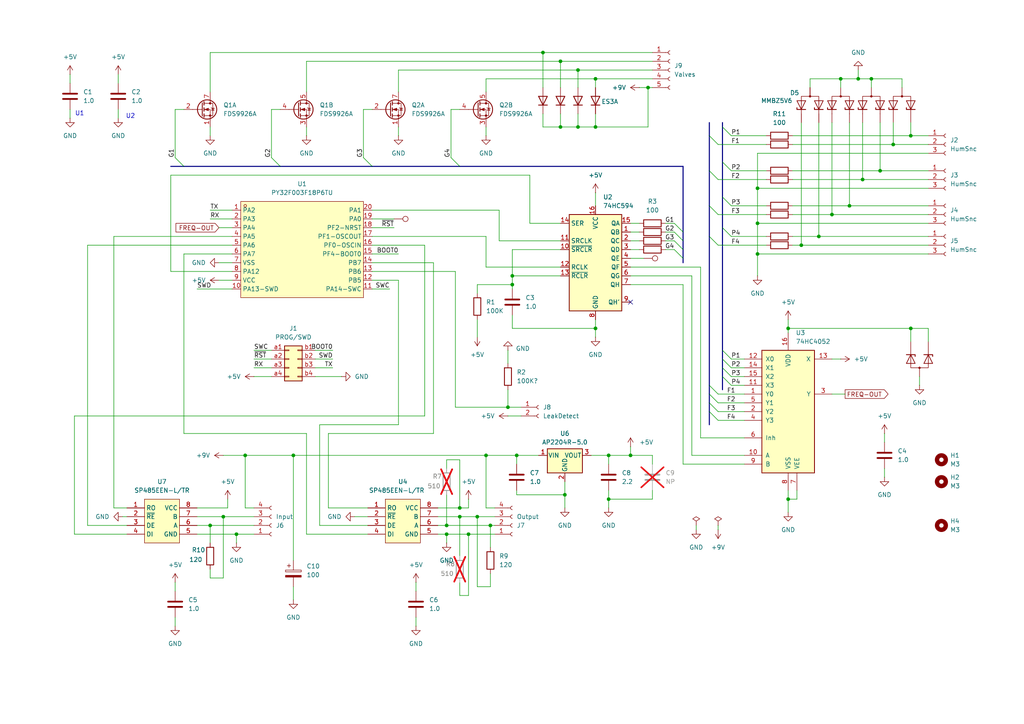
<source format=kicad_sch>
(kicad_sch (version 20231120) (generator "eeschema") (generator_version "8.0")
  (paper "A4")
  (title_block (title "Extension block"))
  (junction (at 167.64 36.83))
  (junction (at 149.86 132.08))
  (junction (at 140.97 132.08))
  (junction (at 248.92 22.86))
  (junction (at 163.83 143.51))
  (junction (at 162.56 36.83))
  (junction (at 172.72 95.25))
  (junction (at 148.59 82.55))
  (junction (at 228.6 95.25))
  (junction (at 157.48 15.24))
  (junction (at 246.38 59.69))
  (junction (at 162.56 17.78))
  (junction (at 64.77 149.86))
  (junction (at 219.71 54.61))
  (junction (at 250.19 52.07))
  (junction (at 129.54 152.4))
  (junction (at 264.16 95.25))
  (junction (at 228.6 144.78))
  (junction (at 147.32 118.11))
  (junction (at 85.09 132.08))
  (junction (at 264.16 39.37))
  (junction (at 133.35 149.86))
  (junction (at 252.73 22.86))
  (junction (at 255.27 49.53))
  (junction (at 172.72 36.83))
  (junction (at 167.64 20.32))
  (junction (at 176.53 132.08))
  (junction (at 68.58 154.94))
  (junction (at 135.89 154.94))
  (junction (at 237.49 68.58))
  (junction (at 133.35 147.32))
  (junction (at 172.72 22.86))
  (junction (at 241.3 62.23))
  (junction (at 219.71 64.77))
  (junction (at 182.88 132.08))
  (junction (at 71.12 132.08))
  (junction (at 187.96 25.4))
  (junction (at 60.96 152.4))
  (junction (at 219.71 73.66))
  (junction (at 232.41 71.12))
  (junction (at 259.08 41.91))
  (junction (at 148.59 80.01))
  (junction (at 142.24 152.4))
  (junction (at 176.53 144.78))
  (junction (at 129.54 154.94))
  (junction (at 138.43 149.86))
  (junction (at 243.84 22.86))
  (no_connect (at 182.88 87.63))
  (bus_entry (at 205.74 59.69) (size 2.54 2.54))
  (bus_entry (at 205.74 111.76) (size 2.54 2.54))
  (bus_entry (at 195.58 69.85) (size 2.54 2.54))
  (bus_entry (at 205.74 49.53) (size 2.54 2.54))
  (bus_entry (at 205.74 119.38) (size 2.54 2.54))
  (bus_entry (at 130.81 45.72) (size 2.54 2.54))
  (bus_entry (at 195.58 67.31) (size 2.54 2.54))
  (bus_entry (at 209.55 104.14) (size 2.54 2.54))
  (bus_entry (at 78.74 45.72) (size 2.54 2.54))
  (bus_entry (at 205.74 116.84) (size 2.54 2.54))
  (bus_entry (at 209.55 109.22) (size 2.54 2.54))
  (bus_entry (at 195.58 64.77) (size 2.54 2.54))
  (bus_entry (at 209.55 106.68) (size 2.54 2.54))
  (bus_entry (at 209.55 66.04) (size 2.54 2.54))
  (bus_entry (at 105.41 45.72) (size 2.54 2.54))
  (bus_entry (at 205.74 39.37) (size 2.54 2.54))
  (bus_entry (at 205.74 114.3) (size 2.54 2.54))
  (bus_entry (at 209.55 36.83) (size 2.54 2.54))
  (bus_entry (at 205.74 68.58) (size 2.54 2.54))
  (bus_entry (at 209.55 101.6) (size 2.54 2.54))
  (bus_entry (at 195.58 72.39) (size 2.54 2.54))
  (bus_entry (at 209.55 46.99) (size 2.54 2.54))
  (bus_entry (at 209.55 57.15) (size 2.54 2.54))
  (bus_entry (at 50.8 45.72) (size 2.54 2.54))
  (wire (pts (xy 193.04 72.39) (xy 195.58 72.39)))
  (bus (pts (xy 209.55 101.6) (xy 209.55 104.14)))
  (wire (pts (xy 255.27 35.56) (xy 255.27 49.53)))
  (wire (pts (xy 193.04 64.77) (xy 195.58 64.77)))
  (wire (pts (xy 162.56 33.02) (xy 162.56 36.83)))
  (wire (pts (xy 85.09 132.08) (xy 140.97 132.08)))
  (wire (pts (xy 140.97 26.67) (xy 140.97 22.86)))
  (wire (pts (xy 67.31 78.74) (xy 49.53 78.74)))
  (bus (pts (xy 209.55 57.15) (xy 209.55 66.04)))
  (wire (pts (xy 229.87 59.69) (xy 246.38 59.69)))
  (wire (pts (xy 63.5 66.04) (xy 67.31 66.04)))
  (wire (pts (xy 246.38 59.69) (xy 269.24 59.69)))
  (wire (pts (xy 144.78 60.96) (xy 144.78 69.85)))
  (wire (pts (xy 261.62 22.86) (xy 261.62 25.4)))
  (wire (pts (xy 162.56 17.78) (xy 162.56 25.4)))
  (wire (pts (xy 241.3 35.56) (xy 241.3 62.23)))
  (wire (pts (xy 133.35 149.86) (xy 138.43 149.86)))
  (bus (pts (xy 49.53 48.26) (xy 53.34 48.26)))
  (wire (pts (xy 35.56 149.86) (xy 36.83 149.86)))
  (wire (pts (xy 208.28 62.23) (xy 222.25 62.23)))
  (wire (pts (xy 64.77 167.64) (xy 64.77 149.86)))
  (wire (pts (xy 208.28 41.91) (xy 222.25 41.91)))
  (wire (pts (xy 208.28 153.67) (xy 208.28 152.4)))
  (wire (pts (xy 33.02 68.58) (xy 33.02 147.32)))
  (wire (pts (xy 120.65 179.07) (xy 120.65 181.61)))
  (wire (pts (xy 252.73 22.86) (xy 261.62 22.86)))
  (wire (pts (xy 147.32 118.11) (xy 132.08 118.11)))
  (wire (pts (xy 157.48 33.02) (xy 157.48 36.83)))
  (bus (pts (xy 107.95 48.26) (xy 133.35 48.26)))
  (wire (pts (xy 120.65 168.91) (xy 120.65 171.45)))
  (wire (pts (xy 167.64 20.32) (xy 167.64 25.4)))
  (wire (pts (xy 148.59 91.44) (xy 148.59 95.25)))
  (wire (pts (xy 21.59 120.65) (xy 21.59 154.94)))
  (wire (pts (xy 176.53 142.24) (xy 176.53 144.78)))
  (wire (pts (xy 115.57 39.37) (xy 115.57 36.83)))
  (wire (pts (xy 153.67 64.77) (xy 162.56 64.77)))
  (wire (pts (xy 107.95 66.04) (xy 114.3 66.04)))
  (wire (pts (xy 162.56 36.83) (xy 167.64 36.83)))
  (wire (pts (xy 67.31 60.96) (xy 60.96 60.96)))
  (wire (pts (xy 91.44 101.6) (xy 96.52 101.6)))
  (bus (pts (xy 205.74 39.37) (xy 205.74 49.53)))
  (wire (pts (xy 182.88 129.54) (xy 182.88 132.08)))
  (wire (pts (xy 162.56 17.78) (xy 189.23 17.78)))
  (wire (pts (xy 237.49 35.56) (xy 237.49 68.58)))
  (wire (pts (xy 140.97 39.37) (xy 140.97 36.83)))
  (wire (pts (xy 208.28 119.38) (xy 215.9 119.38)))
  (wire (pts (xy 208.28 114.3) (xy 215.9 114.3)))
  (wire (pts (xy 50.8 31.75) (xy 53.34 31.75)))
  (wire (pts (xy 182.88 64.77) (xy 185.42 64.77)))
  (wire (pts (xy 130.81 31.75) (xy 133.35 31.75)))
  (wire (pts (xy 60.96 36.83) (xy 60.96 39.37)))
  (wire (pts (xy 241.3 104.14) (xy 243.84 104.14)))
  (wire (pts (xy 85.09 132.08) (xy 85.09 162.56)))
  (wire (pts (xy 269.24 95.25) (xy 264.16 95.25)))
  (wire (pts (xy 219.71 44.45) (xy 219.71 54.61)))
  (wire (pts (xy 96.52 104.14) (xy 91.44 104.14)))
  (wire (pts (xy 140.97 68.58) (xy 140.97 77.47)))
  (wire (pts (xy 85.09 170.18) (xy 85.09 173.99)))
  (wire (pts (xy 147.32 101.6) (xy 147.32 105.41)))
  (wire (pts (xy 193.04 67.31) (xy 195.58 67.31)))
  (wire (pts (xy 212.09 39.37) (xy 222.25 39.37)))
  (wire (pts (xy 20.32 31.75) (xy 20.32 34.29)))
  (wire (pts (xy 129.54 135.89) (xy 129.54 133.35)))
  (wire (pts (xy 167.64 20.32) (xy 189.23 20.32)))
  (wire (pts (xy 34.29 31.75) (xy 34.29 34.29)))
  (wire (pts (xy 219.71 64.77) (xy 269.24 64.77)))
  (wire (pts (xy 182.88 67.31) (xy 185.42 67.31)))
  (wire (pts (xy 172.72 33.02) (xy 172.72 36.83)))
  (bus (pts (xy 205.74 114.3) (xy 205.74 116.84)))
  (wire (pts (xy 182.88 77.47) (xy 203.2 77.47)))
  (wire (pts (xy 153.67 50.8) (xy 153.67 64.77)))
  (wire (pts (xy 147.32 120.65) (xy 151.13 120.65)))
  (wire (pts (xy 107.95 81.28) (xy 115.57 81.28)))
  (wire (pts (xy 228.6 144.78) (xy 228.6 148.59)))
  (wire (pts (xy 187.96 25.4) (xy 189.23 25.4)))
  (wire (pts (xy 129.54 157.48) (xy 129.54 154.94)))
  (wire (pts (xy 264.16 39.37) (xy 269.24 39.37)))
  (wire (pts (xy 88.9 26.67) (xy 88.9 17.78)))
  (wire (pts (xy 115.57 26.67) (xy 115.57 20.32)))
  (wire (pts (xy 208.28 116.84) (xy 215.9 116.84)))
  (bus (pts (xy 209.55 36.83) (xy 209.55 46.99)))
  (wire (pts (xy 140.97 132.08) (xy 149.86 132.08)))
  (wire (pts (xy 63.5 76.2) (xy 67.31 76.2)))
  (wire (pts (xy 78.74 31.75) (xy 81.28 31.75)))
  (wire (pts (xy 34.29 21.59) (xy 34.29 24.13)))
  (wire (pts (xy 88.9 125.73) (xy 53.34 125.73)))
  (wire (pts (xy 248.92 22.86) (xy 252.73 22.86)))
  (wire (pts (xy 127 149.86) (xy 133.35 149.86)))
  (wire (pts (xy 60.96 167.64) (xy 64.77 167.64)))
  (wire (pts (xy 149.86 142.24) (xy 149.86 143.51)))
  (wire (pts (xy 133.35 133.35) (xy 133.35 147.32)))
  (wire (pts (xy 133.35 168.91) (xy 133.35 172.72)))
  (wire (pts (xy 208.28 52.07) (xy 222.25 52.07)))
  (wire (pts (xy 231.14 142.24) (xy 231.14 144.78)))
  (wire (pts (xy 135.89 144.78) (xy 135.89 147.32)))
  (wire (pts (xy 25.4 71.12) (xy 25.4 152.4)))
  (bus (pts (xy 205.74 49.53) (xy 205.74 59.69)))
  (bus (pts (xy 198.12 72.39) (xy 198.12 74.93)))
  (wire (pts (xy 229.87 52.07) (xy 250.19 52.07)))
  (wire (pts (xy 189.23 142.24) (xy 189.23 144.78)))
  (wire (pts (xy 219.71 54.61) (xy 219.71 64.77)))
  (wire (pts (xy 60.96 26.67) (xy 60.96 15.24)))
  (wire (pts (xy 142.24 152.4) (xy 143.51 152.4)))
  (wire (pts (xy 50.8 45.72) (xy 50.8 31.75)))
  (wire (pts (xy 229.87 71.12) (xy 232.41 71.12)))
  (wire (pts (xy 73.66 101.6) (xy 78.74 101.6)))
  (wire (pts (xy 107.95 71.12) (xy 123.19 71.12)))
  (wire (pts (xy 259.08 35.56) (xy 259.08 41.91)))
  (wire (pts (xy 130.81 45.72) (xy 130.81 31.75)))
  (bus (pts (xy 205.74 68.58) (xy 205.74 111.76)))
  (wire (pts (xy 60.96 152.4) (xy 73.66 152.4)))
  (wire (pts (xy 140.97 22.86) (xy 172.72 22.86)))
  (bus (pts (xy 205.74 35.56) (xy 205.74 39.37)))
  (wire (pts (xy 125.73 76.2) (xy 125.73 125.73)))
  (wire (pts (xy 133.35 172.72) (xy 135.89 172.72)))
  (wire (pts (xy 135.89 154.94) (xy 135.89 172.72)))
  (bus (pts (xy 198.12 67.31) (xy 198.12 69.85)))
  (bus (pts (xy 205.74 59.69) (xy 205.74 68.58)))
  (wire (pts (xy 157.48 36.83) (xy 162.56 36.83)))
  (wire (pts (xy 78.74 45.72) (xy 78.74 31.75)))
  (wire (pts (xy 133.35 149.86) (xy 133.35 161.29)))
  (wire (pts (xy 142.24 152.4) (xy 142.24 158.75)))
  (wire (pts (xy 67.31 68.58) (xy 33.02 68.58)))
  (wire (pts (xy 57.15 83.82) (xy 67.31 83.82)))
  (wire (pts (xy 148.59 83.82) (xy 148.59 82.55)))
  (wire (pts (xy 176.53 144.78) (xy 176.53 147.32)))
  (wire (pts (xy 172.72 55.88) (xy 172.72 59.69)))
  (bus (pts (xy 198.12 74.93) (xy 198.12 76.2)))
  (wire (pts (xy 243.84 22.86) (xy 243.84 25.4)))
  (wire (pts (xy 229.87 68.58) (xy 237.49 68.58)))
  (wire (pts (xy 95.25 125.73) (xy 95.25 147.32)))
  (wire (pts (xy 135.89 154.94) (xy 143.51 154.94)))
  (wire (pts (xy 129.54 133.35) (xy 133.35 133.35)))
  (wire (pts (xy 234.95 22.86) (xy 243.84 22.86)))
  (wire (pts (xy 148.59 80.01) (xy 148.59 72.39)))
  (wire (pts (xy 157.48 15.24) (xy 157.48 25.4)))
  (wire (pts (xy 25.4 152.4) (xy 36.83 152.4)))
  (wire (pts (xy 246.38 35.56) (xy 246.38 59.69)))
  (wire (pts (xy 234.95 25.4) (xy 234.95 22.86)))
  (wire (pts (xy 49.53 78.74) (xy 49.53 50.8)))
  (wire (pts (xy 231.14 144.78) (xy 228.6 144.78)))
  (wire (pts (xy 107.95 76.2) (xy 125.73 76.2)))
  (wire (pts (xy 107.95 83.82) (xy 113.03 83.82)))
  (wire (pts (xy 144.78 69.85) (xy 162.56 69.85)))
  (wire (pts (xy 66.04 144.78) (xy 66.04 147.32)))
  (wire (pts (xy 167.64 33.02) (xy 167.64 36.83)))
  (wire (pts (xy 60.96 152.4) (xy 60.96 157.48)))
  (wire (pts (xy 149.86 132.08) (xy 149.86 134.62)))
  (bus (pts (xy 198.12 69.85) (xy 198.12 72.39)))
  (wire (pts (xy 229.87 41.91) (xy 259.08 41.91)))
  (wire (pts (xy 138.43 85.09) (xy 138.43 82.55)))
  (wire (pts (xy 129.54 152.4) (xy 142.24 152.4)))
  (wire (pts (xy 266.7 109.22) (xy 266.7 111.76)))
  (wire (pts (xy 200.66 132.08) (xy 200.66 80.01)))
  (wire (pts (xy 64.77 132.08) (xy 71.12 132.08)))
  (wire (pts (xy 132.08 118.11) (xy 132.08 78.74)))
  (wire (pts (xy 241.3 114.3) (xy 245.11 114.3)))
  (wire (pts (xy 88.9 39.37) (xy 88.9 36.83)))
  (wire (pts (xy 186.69 74.93) (xy 182.88 74.93)))
  (wire (pts (xy 138.43 82.55) (xy 148.59 82.55)))
  (wire (pts (xy 53.34 73.66) (xy 67.31 73.66)))
  (wire (pts (xy 215.9 132.08) (xy 200.66 132.08)))
  (wire (pts (xy 60.96 165.1) (xy 60.96 167.64)))
  (wire (pts (xy 151.13 118.11) (xy 147.32 118.11)))
  (wire (pts (xy 73.66 109.22) (xy 78.74 109.22)))
  (wire (pts (xy 147.32 113.03) (xy 147.32 118.11)))
  (wire (pts (xy 142.24 166.37) (xy 142.24 170.18)))
  (wire (pts (xy 250.19 35.56) (xy 250.19 52.07)))
  (bus (pts (xy 209.55 104.14) (xy 209.55 106.68)))
  (wire (pts (xy 198.12 82.55) (xy 182.88 82.55)))
  (wire (pts (xy 182.88 132.08) (xy 189.23 132.08)))
  (wire (pts (xy 176.53 132.08) (xy 182.88 132.08)))
  (wire (pts (xy 212.09 111.76) (xy 215.9 111.76)))
  (wire (pts (xy 21.59 154.94) (xy 36.83 154.94)))
  (wire (pts (xy 71.12 132.08) (xy 85.09 132.08)))
  (wire (pts (xy 172.72 95.25) (xy 172.72 97.79)))
  (wire (pts (xy 107.95 73.66) (xy 115.57 73.66)))
  (wire (pts (xy 172.72 22.86) (xy 189.23 22.86)))
  (wire (pts (xy 212.09 49.53) (xy 222.25 49.53)))
  (wire (pts (xy 20.32 21.59) (xy 20.32 24.13)))
  (wire (pts (xy 127 152.4) (xy 129.54 152.4)))
  (wire (pts (xy 149.86 132.08) (xy 156.21 132.08)))
  (wire (pts (xy 68.58 154.94) (xy 73.66 154.94)))
  (wire (pts (xy 252.73 22.86) (xy 252.73 25.4)))
  (wire (pts (xy 138.43 92.71) (xy 138.43 97.79)))
  (wire (pts (xy 57.15 149.86) (xy 64.77 149.86)))
  (wire (pts (xy 269.24 44.45) (xy 219.71 44.45)))
  (wire (pts (xy 182.88 72.39) (xy 185.42 72.39)))
  (wire (pts (xy 115.57 81.28) (xy 115.57 123.19)))
  (bus (pts (xy 205.74 116.84) (xy 205.74 119.38)))
  (wire (pts (xy 50.8 179.07) (xy 50.8 181.61)))
  (wire (pts (xy 71.12 147.32) (xy 71.12 132.08)))
  (wire (pts (xy 208.28 121.92) (xy 215.9 121.92)))
  (wire (pts (xy 115.57 20.32) (xy 167.64 20.32)))
  (wire (pts (xy 269.24 99.06) (xy 269.24 95.25)))
  (wire (pts (xy 212.09 104.14) (xy 215.9 104.14)))
  (wire (pts (xy 250.19 52.07) (xy 269.24 52.07)))
  (bus (pts (xy 209.55 109.22) (xy 209.55 113.03)))
  (wire (pts (xy 212.09 68.58) (xy 222.25 68.58)))
  (wire (pts (xy 201.93 152.4) (xy 201.93 153.67)))
  (wire (pts (xy 60.96 15.24) (xy 157.48 15.24)))
  (wire (pts (xy 232.41 71.12) (xy 269.24 71.12)))
  (wire (pts (xy 215.9 127) (xy 203.2 127)))
  (wire (pts (xy 107.95 68.58) (xy 140.97 68.58)))
  (wire (pts (xy 88.9 154.94) (xy 88.9 125.73)))
  (wire (pts (xy 92.71 152.4) (xy 106.68 152.4)))
  (wire (pts (xy 114.3 63.5) (xy 107.95 63.5)))
  (wire (pts (xy 148.59 95.25) (xy 172.72 95.25)))
  (wire (pts (xy 63.5 81.28) (xy 67.31 81.28)))
  (wire (pts (xy 149.86 143.51) (xy 163.83 143.51)))
  (wire (pts (xy 148.59 80.01) (xy 162.56 80.01)))
  (wire (pts (xy 256.54 125.73) (xy 256.54 128.27)))
  (wire (pts (xy 49.53 50.8) (xy 153.67 50.8)))
  (wire (pts (xy 200.66 80.01) (xy 182.88 80.01)))
  (wire (pts (xy 228.6 92.71) (xy 228.6 95.25)))
  (wire (pts (xy 123.19 120.65) (xy 21.59 120.65)))
  (wire (pts (xy 102.87 149.86) (xy 106.68 149.86)))
  (wire (pts (xy 248.92 20.32) (xy 248.92 22.86)))
  (wire (pts (xy 64.77 149.86) (xy 73.66 149.86)))
  (wire (pts (xy 171.45 132.08) (xy 176.53 132.08)))
  (wire (pts (xy 138.43 149.86) (xy 138.43 170.18)))
  (wire (pts (xy 132.08 78.74) (xy 107.95 78.74)))
  (wire (pts (xy 57.15 154.94) (xy 68.58 154.94)))
  (wire (pts (xy 57.15 152.4) (xy 60.96 152.4)))
  (wire (pts (xy 95.25 147.32) (xy 106.68 147.32)))
  (wire (pts (xy 88.9 17.78) (xy 162.56 17.78)))
  (wire (pts (xy 163.83 139.7) (xy 163.83 143.51)))
  (bus (pts (xy 209.55 35.56) (xy 209.55 36.83)))
  (wire (pts (xy 189.23 134.62) (xy 189.23 132.08)))
  (bus (pts (xy 209.55 66.04) (xy 209.55 101.6)))
  (wire (pts (xy 91.44 106.68) (xy 96.52 106.68)))
  (wire (pts (xy 212.09 106.68) (xy 215.9 106.68)))
  (wire (pts (xy 176.53 132.08) (xy 176.53 134.62)))
  (wire (pts (xy 125.73 125.73) (xy 95.25 125.73)))
  (wire (pts (xy 198.12 134.62) (xy 198.12 82.55)))
  (wire (pts (xy 140.97 132.08) (xy 140.97 147.32)))
  (wire (pts (xy 163.83 143.51) (xy 163.83 147.32)))
  (wire (pts (xy 264.16 95.25) (xy 228.6 95.25)))
  (wire (pts (xy 148.59 82.55) (xy 148.59 80.01)))
  (wire (pts (xy 68.58 157.48) (xy 68.58 154.94)))
  (wire (pts (xy 73.66 106.68) (xy 78.74 106.68)))
  (wire (pts (xy 172.72 92.71) (xy 172.72 95.25)))
  (wire (pts (xy 129.54 154.94) (xy 135.89 154.94)))
  (wire (pts (xy 105.41 45.72) (xy 105.41 31.75)))
  (wire (pts (xy 50.8 168.91) (xy 50.8 171.45)))
  (wire (pts (xy 219.71 73.66) (xy 219.71 80.01)))
  (wire (pts (xy 133.35 147.32) (xy 135.89 147.32)))
  (wire (pts (xy 67.31 71.12) (xy 25.4 71.12)))
  (wire (pts (xy 264.16 95.25) (xy 264.16 99.06)))
  (wire (pts (xy 241.3 62.23) (xy 269.24 62.23)))
  (wire (pts (xy 73.66 147.32) (xy 71.12 147.32)))
  (wire (pts (xy 219.71 64.77) (xy 219.71 73.66)))
  (wire (pts (xy 256.54 135.89) (xy 256.54 138.43)))
  (wire (pts (xy 203.2 127) (xy 203.2 77.47)))
  (wire (pts (xy 123.19 71.12) (xy 123.19 120.65)))
  (wire (pts (xy 229.87 62.23) (xy 241.3 62.23)))
  (bus (pts (xy 209.55 46.99) (xy 209.55 57.15)))
  (wire (pts (xy 259.08 41.91) (xy 269.24 41.91)))
  (wire (pts (xy 228.6 142.24) (xy 228.6 144.78)))
  (wire (pts (xy 189.23 144.78) (xy 176.53 144.78)))
  (wire (pts (xy 138.43 149.86) (xy 143.51 149.86)))
  (wire (pts (xy 67.31 63.5) (xy 60.96 63.5)))
  (wire (pts (xy 229.87 39.37) (xy 264.16 39.37)))
  (wire (pts (xy 99.06 109.22) (xy 91.44 109.22)))
  (wire (pts (xy 148.59 72.39) (xy 162.56 72.39)))
  (wire (pts (xy 208.28 71.12) (xy 222.25 71.12)))
  (wire (pts (xy 92.71 123.19) (xy 92.71 152.4)))
  (wire (pts (xy 57.15 147.32) (xy 66.04 147.32)))
  (wire (pts (xy 140.97 77.47) (xy 162.56 77.47)))
  (wire (pts (xy 187.96 36.83) (xy 187.96 25.4)))
  (wire (pts (xy 105.41 31.75) (xy 107.95 31.75)))
  (wire (pts (xy 142.24 170.18) (xy 138.43 170.18)))
  (wire (pts (xy 172.72 22.86) (xy 172.72 25.4)))
  (wire (pts (xy 193.04 69.85) (xy 195.58 69.85)))
  (wire (pts (xy 73.66 104.14) (xy 78.74 104.14)))
  (bus (pts (xy 205.74 119.38) (xy 205.74 123.19)))
  (wire (pts (xy 229.87 49.53) (xy 255.27 49.53)))
  (wire (pts (xy 219.71 73.66) (xy 269.24 73.66)))
  (wire (pts (xy 115.57 123.19) (xy 92.71 123.19)))
  (bus (pts (xy 209.55 106.68) (xy 209.55 109.22)))
  (wire (pts (xy 212.09 109.22) (xy 215.9 109.22)))
  (wire (pts (xy 255.27 49.53) (xy 269.24 49.53)))
  (bus (pts (xy 133.35 48.26) (xy 198.12 48.26)))
  (wire (pts (xy 264.16 35.56) (xy 264.16 39.37)))
  (wire (pts (xy 228.6 95.25) (xy 228.6 96.52)))
  (wire (pts (xy 140.97 147.32) (xy 143.51 147.32)))
  (wire (pts (xy 232.41 35.56) (xy 232.41 71.12)))
  (bus (pts (xy 81.28 48.26) (xy 107.95 48.26)))
  (wire (pts (xy 127 154.94) (xy 129.54 154.94)))
  (wire (pts (xy 129.54 143.51) (xy 129.54 152.4)))
  (wire (pts (xy 53.34 125.73) (xy 53.34 73.66)))
  (wire (pts (xy 167.64 36.83) (xy 172.72 36.83)))
  (wire (pts (xy 127 147.32) (xy 133.35 147.32)))
  (wire (pts (xy 106.68 154.94) (xy 88.9 154.94)))
  (bus (pts (xy 205.74 111.76) (xy 205.74 114.3)))
  (bus (pts (xy 198.12 48.26) (xy 198.12 67.31)))
  (wire (pts (xy 185.42 25.4) (xy 187.96 25.4)))
  (wire (pts (xy 182.88 69.85) (xy 185.42 69.85)))
  (wire (pts (xy 107.95 60.96) (xy 144.78 60.96)))
  (wire (pts (xy 212.09 59.69) (xy 222.25 59.69)))
  (bus (pts (xy 53.34 48.26) (xy 81.28 48.26)))
  (wire (pts (xy 157.48 15.24) (xy 189.23 15.24)))
  (wire (pts (xy 33.02 147.32) (xy 36.83 147.32)))
  (wire (pts (xy 237.49 68.58) (xy 269.24 68.58)))
  (wire (pts (xy 215.9 134.62) (xy 198.12 134.62)))
  (wire (pts (xy 243.84 22.86) (xy 248.92 22.86)))
  (wire (pts (xy 172.72 36.83) (xy 187.96 36.83)))
  (wire (pts (xy 219.71 54.61) (xy 269.24 54.61)))
  (text "U2" (at 37.846 33.782 0) (effects (font (size 1.27 1.27))))
  (text "U1" (at 23.114 33.02 0) (effects (font (size 1.27 1.27))))
  (label "F3" (at 212.09 62.23 0))
  (label "G4" (at 195.58 72.39 180))
  (label "F1" (at 212.09 41.91 0))
  (label "P2" (at 212.09 106.68 0))
  (label "F2" (at 210.82 116.84 0))
  (label "P1" (at 212.09 104.14 0))
  (label "TX" (at 60.96 60.96 0))
  (label "P4" (at 212.09 68.58 0))
  (label "RX" (at 73.66 106.68 0))
  (label "SWD" (at 57.15 83.82 0))
  (label "P1" (at 212.09 39.37 0))
  (label "P3" (at 212.09 59.69 0))
  (label "G3" (at 195.58 69.85 180))
  (label "~{RST}" (at 114.3 66.04 180))
  (label "F4" (at 210.82 121.92 0))
  (label "G2" (at 195.58 67.31 180))
  (label "P4" (at 212.09 111.76 0))
  (label "SWC" (at 113.03 83.82 180))
  (label "G4" (at 130.81 45.72 90))
  (label "SWD" (at 96.52 104.14 180))
  (label "BOOT0" (at 115.57 73.66 180))
  (label "P3" (at 212.09 109.22 0))
  (label "F2" (at 212.09 52.07 0))
  (label "~{RST}" (at 73.66 104.14 0))
  (label "TX" (at 96.52 106.68 180))
  (label "RX" (at 60.96 63.5 0))
  (label "P2" (at 212.09 49.53 0))
  (label "G1" (at 195.58 64.77 180))
  (label "F3" (at 210.82 119.38 0))
  (label "G2" (at 78.74 45.72 90))
  (label "SWC" (at 73.66 101.6 0))
  (label "F1" (at 210.82 114.3 0))
  (label "G1" (at 50.8 45.72 90))
  (label "BOOT0" (at 96.52 101.6 180))
  (label "G3" (at 105.41 45.72 90))
  (label "F4" (at 212.09 71.12 0))
  (global_label "FREQ-OUT" (shape input) (at 63.5 66.04 180) (property "Intersheetrefs" "${INTERSHEET_REFS}" (effects (hide yes))))
  (global_label "FREQ-OUT" (shape output) (at 245.11 114.3 0) (property "Intersheetrefs" "${INTERSHEET_REFS}" (effects (hide yes))))
  (symbol (lib_id "power:+5V") (at 182.88 129.54 0) (unit 1)
    (property "Reference" "#PWR031" (effects (hide yes)))
    (property "Value" "+5V" (at 185.42 128.2699 0) (effects (justify left)))
    (property "Description" "Power symbol creates a global label with name \"+5V\"" (effects (hide yes)))
  )
  (symbol (lib_id "Device:R") (at 189.23 64.77 90) (unit 1)
    (property "Reference" "R3" (at 189.23 58.42 90))
    (property "Value" "100" (at 189.23 60.96 90))
    (property "Footprint" "Resistor_SMD:R_0603_1608Metric_Pad0.98x0.95mm_HandSolder" (effects (hide yes)))
    (property "Description" "Resistor" (effects (hide yes)))
  )
  (symbol (lib_id "Device:R") (at 147.32 109.22 0) (unit 1)
    (property "Reference" "R2" (at 149.86 107.9499 0) (effects (justify left)))
    (property "Value" "100K?" (at 149.86 110.4899 0) (effects (justify left)))
    (property "Footprint" "Resistor_SMD:R_0603_1608Metric_Pad0.98x0.95mm_HandSolder" (effects (hide yes)))
    (property "Description" "Resistor" (effects (hide yes)))
  )
  (symbol (lib_id "Connector_Generic:Conn_02x04_Row_Letter_First") (at 83.82 104.14 0) (unit 1)
    (property "Reference" "J1" (at 85.09 95.25 0))
    (property "Value" "PROG/SWD" (at 85.09 97.79 0))
    (property "Footprint" "Connector_PinHeader_2.54mm:PinHeader_2x04_P2.54mm_Vertical" (effects (hide yes)))
    (property "Description" "Generic connector, double row, 02x04, row letter first pin numbering scheme (pin number consists of a letter for the row and a number for the pin index in this row. a1, ..., aN; b1, ..., bN), script generated (kicad-library-utils/schlib/autogen/connector/)" (effects (hide yes)))
  )
  (symbol (lib_id "Connector:Conn_01x02_Socket") (at 156.21 118.11 0) (unit 1)
    (property "Reference" "J8" (at 157.48 118.1099 0) (effects (justify left)))
    (property "Value" "LeakDetect" (at 157.48 120.6499 0) (effects (justify left)))
    (property "Footprint" "Connector_JST:JST_XH_B2B-XH-A_1x02_P2.50mm_Vertical" (effects (hide yes)))
    (property "Description" "Generic connector, single row, 01x02, script generated" (effects (hide yes)))
  )
  (symbol (lib_id "Connector:Conn_01x03_Socket") (at 274.32 52.07 0) (unit 1)
    (property "Reference" "J3" (at 275.59 50.7999 0) (effects (justify left)))
    (property "Value" "HumSnc" (at 275.59 53.3399 0) (effects (justify left)))
    (property "Footprint" "easyeda2kicad:CONN-TH_DB301R-3.5-3P-GN-S" (effects (hide yes)))
    (property "Description" "Generic connector, single row, 01x03, script generated" (effects (hide yes)))
  )
  (symbol (lib_id "power:GND") (at 60.96 39.37 0) (unit 1)
    (property "Reference" "#PWR033" (effects (hide yes)))
    (property "Value" "GND" (at 60.96 44.45 0))
    (property "Description" "Power symbol creates a global label with name \"GND\" , ground" (effects (hide yes)))
  )
  (symbol (lib_id "Connector:Conn_01x03_Socket") (at 274.32 41.91 0) (unit 1)
    (property "Reference" "J2" (at 275.59 40.6399 0) (effects (justify left)))
    (property "Value" "HumSnc" (at 275.59 43.1799 0) (effects (justify left)))
    (property "Footprint" "easyeda2kicad:CONN-TH_DB301R-3.5-3P-GN-S" (effects (hide yes)))
    (property "Description" "Generic connector, single row, 01x03, script generated" (effects (hide yes)))
  )
  (symbol (lib_id "power:GND") (at 20.32 34.29 0) (unit 1)
    (property "Reference" "#PWR03" (effects (hide yes)))
    (property "Value" "GND" (at 20.32 39.37 0))
    (property "Description" "Power symbol creates a global label with name \"GND\" , ground" (effects (hide yes)))
  )
  (symbol (lib_id "Connector:Conn_01x03_Socket") (at 274.32 71.12 0) (unit 1)
    (property "Reference" "J5" (at 275.59 69.8499 0) (effects (justify left)))
    (property "Value" "HumSnc" (at 275.59 72.3899 0) (effects (justify left)))
    (property "Footprint" "easyeda2kicad:CONN-TH_DB301R-3.5-3P-GN-S" (effects (hide yes)))
    (property "Description" "Generic connector, single row, 01x03, script generated" (effects (hide yes)))
  )
  (symbol (lib_id "Diode:MMBZxx") (at 234.95 30.48 180) (unit 1)
    (property "Reference" "D5" (at 229.108 26.924 0) (effects (justify right)))
    (property "Value" "MMBZ5V6" (at 220.726 29.21 0) (effects (justify right)))
    (property "Footprint" "Package_TO_SOT_SMD:SOT-23" (effects (hide yes)))
    (property "Datasheet" "http://www.onsemi.com/pub/Collateral/MMBZ5V6ALT1-D.PDF" (effects (hide yes)))
    (property "Description" "Double Zener Diode, Common Anode, 225mW, SOT-23" (effects (hide yes)))
  )
  (symbol (lib_id "Device:R") (at 138.43 88.9 0) (unit 1)
    (property "Reference" "R1" (at 140.97 87.6299 0) (effects (justify left)))
    (property "Value" "100K" (at 140.97 90.1699 0) (effects (justify left)))
    (property "Footprint" "Resistor_SMD:R_0603_1608Metric_Pad0.98x0.95mm_HandSolder" (effects (hide yes)))
    (property "Description" "Resistor" (effects (hide yes)))
  )
  (symbol (lib_id "power:GND") (at 88.9 39.37 0) (unit 1)
    (property "Reference" "#PWR035" (effects (hide yes)))
    (property "Value" "GND" (at 88.9 44.45 0))
    (property "Description" "Power symbol creates a global label with name \"GND\" , ground" (effects (hide yes)))
  )
  (symbol (lib_id "power:GND") (at 147.32 101.6 180) (unit 1)
    (property "Reference" "#PWR029" (effects (hide yes)))
    (property "Value" "GND" (at 151.638 101.092 0))
    (property "Description" "Power symbol creates a global label with name \"GND\" , ground" (effects (hide yes)))
  )
  (symbol (lib_id "power:+5V") (at 138.43 97.79 180) (unit 1)
    (property "Reference" "#PWR011" (effects (hide yes)))
    (property "Value" "+5V" (at 138.43 102.87 0))
    (property "Description" "Power symbol creates a global label with name \"+5V\"" (effects (hide yes)))
  )
  (symbol (lib_id "power:+5V") (at 243.84 104.14 270) (unit 1)
    (property "Reference" "#PWR016" (effects (hide yes)))
    (property "Value" "+5V" (at 247.65 104.1399 90) (effects (justify left)))
    (property "Description" "Power symbol creates a global label with name \"+5V\"" (effects (hide yes)))
  )
  (symbol (lib_id "Device:R") (at 226.06 49.53 90) (unit 1)
    (property "Reference" "R13" (effects (hide yes)))
    (property "Value" "100" (effects (hide yes)))
    (property "Footprint" "Resistor_SMD:R_0603_1608Metric_Pad0.98x0.95mm_HandSolder" (effects (hide yes)))
    (property "Description" "Resistor" (effects (hide yes)))
  )
  (symbol (lib_id "power:+5V") (at 172.72 55.88 0) (unit 1)
    (property "Reference" "#PWR08" (effects (hide yes)))
    (property "Value" "+5V" (at 172.72 50.8 0))
    (property "Description" "Power symbol creates a global label with name \"+5V\"" (effects (hide yes)))
  )
  (symbol (lib_id "Connector:Conn_01x04_Socket") (at 148.59 152.4 0) (mirror x) (unit 1)
    (property "Reference" "J7" (at 149.86 152.4001 0) (effects (justify left)))
    (property "Value" "Output" (at 149.86 149.8601 0) (effects (justify left)))
    (property "Footprint" "local:CONN-TH_DB301R-3.5-4P-GN-S" (effects (hide yes)))
    (property "Description" "Generic connector, single row, 01x04, script generated" (effects (hide yes)))
  )
  (symbol (lib_id "power:GND") (at 68.58 157.48 0) (unit 1)
    (property "Reference" "#PWR018" (effects (hide yes)))
    (property "Value" "GND" (at 68.58 162.56 0))
    (property "Description" "Power symbol creates a global label with name \"GND\" , ground" (effects (hide yes)))
  )
  (symbol (lib_id "Device:R") (at 226.06 39.37 90) (unit 1)
    (property "Reference" "R11" (at 226.06 33.02 90))
    (property "Value" "100" (at 226.06 35.56 90))
    (property "Footprint" "Resistor_SMD:R_0603_1608Metric_Pad0.98x0.95mm_HandSolder" (effects (hide yes)))
    (property "Description" "Resistor" (effects (hide yes)))
  )
  (symbol (lib_id "Device:C") (at 50.8 175.26 0) (unit 1)
    (property "Reference" "C5" (at 54.61 173.9899 0) (effects (justify left)))
    (property "Value" "1.0" (at 54.61 176.5299 0) (effects (justify left)))
    (property "Footprint" "Capacitor_SMD:C_0603_1608Metric_Pad1.08x0.95mm_HandSolder" (effects (hide yes)))
    (property "Description" "Unpolarized capacitor" (effects (hide yes)))
  )
  (symbol (lib_id "Connector:TestPoint") (at 114.3 63.5 270) (unit 1)
    (property "Reference" "TP1" (effects (hide yes)))
    (property "Value" "TestPoint" (effects (hide yes)))
    (property "Footprint" "TestPoint:TestPoint_Pad_1.0x1.0mm" (effects (hide yes)))
    (property "Description" "test point" (effects (hide yes)))
  )
  (symbol (lib_id "Device:C") (at 34.29 27.94 0) (unit 1)
    (property "Reference" "C2" (at 38.1 26.6699 0) (effects (justify left)))
    (property "Value" "1.0" (at 38.1 29.2099 0) (effects (justify left)))
    (property "Footprint" "Capacitor_SMD:C_0603_1608Metric_Pad1.08x0.95mm_HandSolder" (effects (hide yes)))
    (property "Description" "Unpolarized capacitor" (effects (hide yes)))
  )
  (symbol (lib_id "Device:R") (at 226.06 71.12 90) (unit 1)
    (property "Reference" "R18" (effects (hide yes)))
    (property "Value" "100" (effects (hide yes)))
    (property "Footprint" "Resistor_SMD:R_0603_1608Metric_Pad0.98x0.95mm_HandSolder" (effects (hide yes)))
    (property "Description" "Resistor" (effects (hide yes)))
  )
  (symbol (lib_id "power:GND") (at 256.54 138.43 0) (unit 1)
    (property "Reference" "#PWR015" (effects (hide yes)))
    (property "Value" "GND" (at 256.54 143.51 0))
    (property "Description" "Power symbol creates a global label with name \"GND\" , ground" (effects (hide yes)))
  )
  (symbol (lib_id "Device:R") (at 189.23 67.31 90) (unit 1)
    (property "Reference" "R4" (effects (hide yes)))
    (property "Value" "100" (effects (hide yes)))
    (property "Footprint" "Resistor_SMD:R_0603_1608Metric_Pad0.98x0.95mm_HandSolder" (effects (hide yes)))
    (property "Description" "Resistor" (effects (hide yes)))
  )
  (symbol (lib_id "4xxx:4052") (at 228.6 119.38 0) (unit 1)
    (property "Reference" "U3" (at 230.7941 96.52 0) (effects (justify left)))
    (property "Value" "74HC4052" (at 230.7941 99.06 0) (effects (justify left)))
    (property "Footprint" "easyeda2kicad:SOP-16_L10.0-W3.9-P1.27-LS6.0-BL" (effects (hide yes)))
    (property "Datasheet" "http://www.intersil.com/content/dam/Intersil/documents/cd40/cd4051bms-52bms-53bms.pdf" (effects (hide yes)))
    (property "Description" "Dual Analog Multiplexer 4 to 1 line" (effects (hide yes)))
  )
  (symbol (lib_id "Transistor_FET:FDS9926A") (at 113.03 31.75 0) (unit 1)
    (property "Reference" "Q2" (at 119.38 30.4799 0) (effects (justify left)))
    (property "Value" "FDS9926A" (at 119.38 33.0199 0) (effects (justify left)))
    (property "Footprint" "Package_SO:SOIC-8_3.9x4.9mm_P1.27mm" (effects (hide yes)))
    (property "Datasheet" "https://www.onsemi.com/pub/Collateral/FDS9926A-D.pdf" (effects (hide yes)))
    (property "Description" "6.5A Id, 20V Vds, Dual N-Channel MOSFET, 30mOhm Ron, SO-8" (effects (hide yes)))
  )
  (symbol (lib_id "power:+5V") (at 73.66 109.22 90) (unit 1)
    (property "Reference" "#PWR05" (effects (hide yes)))
    (property "Value" "+5V" (at 69.85 109.2199 90) (effects (justify left)))
    (property "Description" "Power symbol creates a global label with name \"+5V\"" (effects (hide yes)))
  )
  (symbol (lib_id "Device:D") (at 162.56 29.21 90) (unit 1)
    (property "Reference" "D2" (effects (hide yes)))
    (property "Value" "ES3A" (effects (hide yes)))
    (property "Footprint" "Diode_SMD:D_SMC" (effects (hide yes)))
    (property "Description" "Diode" (effects (hide yes)))
    (property "Sim.Device" "D" (effects (hide yes)))
    (property "Sim.Pins" "1=K 2=A" (effects (hide yes)))
  )
  (symbol (lib_id "power:GND") (at 219.71 80.01 0) (unit 1)
    (property "Reference" "#PWR017" (effects (hide yes)))
    (property "Value" "GND" (at 219.71 85.09 0))
    (property "Description" "Power symbol creates a global label with name \"GND\" , ground" (effects (hide yes)))
  )
  (symbol (lib_id "power:+5V") (at 228.6 92.71 0) (unit 1)
    (property "Reference" "#PWR013" (effects (hide yes)))
    (property "Value" "+5V" (at 228.6 87.63 0))
    (property "Description" "Power symbol creates a global label with name \"+5V\"" (effects (hide yes)))
  )
  (symbol (lib_id "Device:R") (at 226.06 68.58 90) (unit 1)
    (property "Reference" "R17" (effects (hide yes)))
    (property "Value" "100" (effects (hide yes)))
    (property "Footprint" "Resistor_SMD:R_0603_1608Metric_Pad0.98x0.95mm_HandSolder" (effects (hide yes)))
    (property "Description" "Resistor" (effects (hide yes)))
  )
  (symbol (lib_id "power:GND") (at 176.53 147.32 0) (unit 1)
    (property "Reference" "#PWR032" (effects (hide yes)))
    (property "Value" "GND" (at 176.53 152.4 0))
    (property "Description" "Power symbol creates a global label with name \"GND\" , ground" (effects (hide yes)))
  )
  (symbol (lib_id "power:GND") (at 63.5 76.2 270) (unit 1)
    (property "Reference" "#PWR01" (effects (hide yes)))
    (property "Value" "GND" (at 59.69 76.1999 90) (effects (justify right)))
    (property "Description" "Power symbol creates a global label with name \"GND\" , ground" (effects (hide yes)))
  )
  (symbol (lib_id "power:+5V") (at 63.5 81.28 90) (unit 1)
    (property "Reference" "#PWR02" (effects (hide yes)))
    (property "Value" "+5V" (at 59.69 81.2799 90) (effects (justify left)))
    (property "Description" "Power symbol creates a global label with name \"+5V\"" (effects (hide yes)))
  )
  (symbol (lib_id "power:GND") (at 172.72 97.79 0) (unit 1)
    (property "Reference" "#PWR07" (effects (hide yes)))
    (property "Value" "GND" (at 172.72 102.87 0))
    (property "Description" "Power symbol creates a global label with name \"GND\" , ground" (effects (hide yes)))
  )
  (symbol (lib_id "EasyEDA:PY32F003F18P6TU") (at 87.63 72.39 0) (unit 1)
    (property "Reference" "U1" (at 87.63 53.34 0))
    (property "Value" "PY32F003F18P6TU" (at 87.63 55.88 0))
    (property "Footprint" "easyeda2kicad:TSSOP-20_L6.5-W4.4-P0.65-LS6.4-BL" (effects (hide yes)))
    (property "LCSC Part" "C5379864" (effects (hide yes)))
  )
  (symbol (lib_id "Device:C") (at 189.23 138.43 0) (unit 1) (dnp yes)
    (property "Reference" "C9" (at 193.04 137.1599 0) (effects (justify left)))
    (property "Value" "NP" (at 193.04 139.6999 0) (effects (justify left)))
    (property "Footprint" "Capacitor_SMD:C_1206_3216Metric_Pad1.33x1.80mm_HandSolder" (effects (hide yes)))
    (property "Description" "Unpolarized capacitor" (effects (hide yes)))
  )
  (symbol (lib_name "MMBZxx_1") (lib_id "Diode:MMBZxx") (at 261.62 30.48 180) (unit 1)
    (property "Reference" "D8" (effects (hide yes)))
    (property "Value" "MMBZ5V6" (effects (hide yes)))
    (property "Footprint" "Package_TO_SOT_SMD:SOT-23" (effects (hide yes)))
    (property "Datasheet" "http://www.onsemi.com/pub/Collateral/MMBZ5V6ALT1-D.PDF" (effects (hide yes)))
    (property "Description" "Double Zener Diode, Common Anode, 225mW, SOT-23" (effects (hide yes)))
  )
  (symbol (lib_id "Device:R") (at 226.06 59.69 90) (unit 1)
    (property "Reference" "R15" (effects (hide yes)))
    (property "Value" "100" (effects (hide yes)))
    (property "Footprint" "Resistor_SMD:R_0603_1608Metric_Pad0.98x0.95mm_HandSolder" (effects (hide yes)))
    (property "Description" "Resistor" (effects (hide yes)))
  )
  (symbol (lib_id "Mechanical:MountingHole") (at 273.05 133.35 0) (unit 1) (exclude_from_sim yes) (in_bom no)
    (property "Reference" "H1" (at 275.59 132.0799 0) (effects (justify left)))
    (property "Value" "M3" (at 275.59 134.6199 0) (effects (justify left)))
    (property "Footprint" "MountingHole:MountingHole_3.2mm_M3" (effects (hide yes)))
    (property "Description" "Mounting Hole without connection" (effects (hide yes)))
  )
  (symbol (lib_id "Device:R") (at 226.06 52.07 90) (unit 1)
    (property "Reference" "R14" (effects (hide yes)))
    (property "Value" "100" (effects (hide yes)))
    (property "Footprint" "Resistor_SMD:R_0603_1608Metric_Pad0.98x0.95mm_HandSolder" (effects (hide yes)))
    (property "Description" "Resistor" (effects (hide yes)))
  )
  (symbol (lib_id "Device:R") (at 189.23 72.39 90) (unit 1)
    (property "Reference" "R6" (effects (hide yes)))
    (property "Value" "100" (effects (hide yes)))
    (property "Footprint" "Resistor_SMD:R_0603_1608Metric_Pad0.98x0.95mm_HandSolder" (effects (hide yes)))
    (property "Description" "Resistor" (effects (hide yes)))
  )
  (symbol (lib_id "power:+9V") (at 64.77 132.08 90) (unit 1)
    (property "Reference" "#PWR034" (effects (hide yes)))
    (property "Value" "+9V" (at 60.96 132.0799 90) (effects (justify left)))
    (property "Description" "Power symbol creates a global label with name \"+9V\"" (effects (hide yes)))
  )
  (symbol (lib_id "power:GND") (at 115.57 39.37 0) (unit 1)
    (property "Reference" "#PWR036" (effects (hide yes)))
    (property "Value" "GND" (at 115.57 44.45 0))
    (property "Description" "Power symbol creates a global label with name \"GND\" , ground" (effects (hide yes)))
  )
  (symbol (lib_id "power:GND") (at 120.65 181.61 0) (unit 1)
    (property "Reference" "#PWR025" (effects (hide yes)))
    (property "Value" "GND" (at 120.65 186.69 0))
    (property "Description" "Power symbol creates a global label with name \"GND\" , ground" (effects (hide yes)))
  )
  (symbol (lib_id "power:+5V") (at 50.8 168.91 0) (unit 1)
    (property "Reference" "#PWR020" (effects (hide yes)))
    (property "Value" "+5V" (at 50.8 163.83 0))
    (property "Description" "Power symbol creates a global label with name \"+5V\"" (effects (hide yes)))
  )
  (symbol (lib_id "power:PWR_FLAG") (at 208.28 152.4 0) (unit 1)
    (property "Reference" "#FLG02" (effects (hide yes)))
    (property "Value" "PWR_FLAG" (effects (hide yes)))
    (property "Description" "Special symbol for telling ERC where power comes from" (effects (hide yes)))
  )
  (symbol (lib_id "Device:R") (at 133.35 165.1 0) (unit 1) (dnp yes)
    (property "Reference" "R8" (at 129.286 163.576 0) (effects (justify left)))
    (property "Value" "510" (at 127.762 166.37 0) (effects (justify left)))
    (property "Footprint" "Resistor_SMD:R_0603_1608Metric_Pad0.98x0.95mm_HandSolder" (effects (hide yes)))
    (property "Description" "Resistor" (effects (hide yes)))
  )
  (symbol (lib_id "power:GND") (at 102.87 149.86 270) (unit 1)
    (property "Reference" "#PWR023" (effects (hide yes)))
    (property "Value" "GND" (at 99.06 149.8599 90) (effects (justify right)))
    (property "Description" "Power symbol creates a global label with name \"GND\" , ground" (effects (hide yes)))
  )
  (symbol (lib_id "power:GND") (at 50.8 181.61 0) (unit 1)
    (property "Reference" "#PWR021" (effects (hide yes)))
    (property "Value" "GND" (at 50.8 186.69 0))
    (property "Description" "Power symbol creates a global label with name \"GND\" , ground" (effects (hide yes)))
  )
  (symbol (lib_id "Device:C") (at 256.54 132.08 0) (unit 1)
    (property "Reference" "C4" (at 260.35 130.8099 0) (effects (justify left)))
    (property "Value" "1.0" (at 260.35 133.3499 0) (effects (justify left)))
    (property "Footprint" "Capacitor_SMD:C_0603_1608Metric_Pad1.08x0.95mm_HandSolder" (effects (hide yes)))
    (property "Description" "Unpolarized capacitor" (effects (hide yes)))
  )
  (symbol (lib_id "power:GND") (at 248.92 20.32 180) (unit 1)
    (property "Reference" "#PWR043" (effects (hide yes)))
    (property "Value" "GND" (at 248.92 15.24 0))
    (property "Description" "Power symbol creates a global label with name \"GND\" , ground" (effects (hide yes)))
  )
  (symbol (lib_id "Connector:Conn_01x03_Socket") (at 274.32 62.23 0) (unit 1)
    (property "Reference" "J4" (at 275.59 60.9599 0) (effects (justify left)))
    (property "Value" "HumSnc" (at 275.59 63.4999 0) (effects (justify left)))
    (property "Footprint" "easyeda2kicad:CONN-TH_DB301R-3.5-3P-GN-S" (effects (hide yes)))
    (property "Description" "Generic connector, single row, 01x03, script generated" (effects (hide yes)))
  )
  (symbol (lib_id "power:GND") (at 140.97 39.37 0) (unit 1)
    (property "Reference" "#PWR037" (effects (hide yes)))
    (property "Value" "GND" (at 140.97 44.45 0))
    (property "Description" "Power symbol creates a global label with name \"GND\" , ground" (effects (hide yes)))
  )
  (symbol (lib_id "Device:C") (at 149.86 138.43 0) (unit 1)
    (property "Reference" "C7" (at 153.67 137.1599 0) (effects (justify left)))
    (property "Value" "1.0" (at 153.67 139.6999 0) (effects (justify left)))
    (property "Footprint" "Capacitor_SMD:C_0603_1608Metric_Pad1.08x0.95mm_HandSolder" (effects (hide yes)))
    (property "Description" "Unpolarized capacitor" (effects (hide yes)))
  )
  (symbol (lib_id "Device:D") (at 172.72 29.21 90) (unit 1)
    (property "Reference" "D4" (effects (hide yes)))
    (property "Value" "ES3A" (at 179.324 29.464 90) (effects (justify left)))
    (property "Footprint" "Diode_SMD:D_SMC" (effects (hide yes)))
    (property "Description" "Diode" (effects (hide yes)))
    (property "Sim.Device" "D" (effects (hide yes)))
    (property "Sim.Pins" "1=K 2=A" (effects (hide yes)))
  )
  (symbol (lib_id "EasyEDA:SP485EEN-L_TR") (at 46.99 151.13 0) (unit 1)
    (property "Reference" "U7" (at 46.99 139.7 0))
    (property "Value" "SP485EEN-L/TR" (at 46.99 142.24 0))
    (property "Footprint" "easyeda2kicad:SOIC-8_L5.0-W4.0-P1.27-LS6.0-BL" (effects (hide yes)))
    (property "Datasheet" "https://lcsc.com/product-detail/RS-485-RS-422_SIPEX_SP485EEN-L-TR_SP485EEN-L-TR_C6855.html" (effects (hide yes)))
    (property "LCSC Part" "C6855" (effects (hide yes)))
  )
  (symbol (lib_id "Device:C") (at 20.32 27.94 0) (unit 1)
    (property "Reference" "C1" (at 24.13 26.6699 0) (effects (justify left)))
    (property "Value" "1.0" (at 24.13 29.2099 0) (effects (justify left)))
    (property "Footprint" "Capacitor_SMD:C_0603_1608Metric_Pad1.08x0.95mm_HandSolder" (effects (hide yes)))
    (property "Description" "Unpolarized capacitor" (effects (hide yes)))
  )
  (symbol (lib_id "Device:R") (at 226.06 62.23 90) (unit 1)
    (property "Reference" "R16" (effects (hide yes)))
    (property "Value" "100" (effects (hide yes)))
    (property "Footprint" "Resistor_SMD:R_0603_1608Metric_Pad0.98x0.95mm_HandSolder" (effects (hide yes)))
    (property "Description" "Resistor" (effects (hide yes)))
  )
  (symbol (lib_id "Connector:TestPoint") (at 186.69 74.93 270) (unit 1)
    (property "Reference" "TP2" (effects (hide yes)))
    (property "Value" "TestPoint" (effects (hide yes)))
    (property "Footprint" "TestPoint:TestPoint_Pad_1.0x1.0mm" (effects (hide yes)))
    (property "Description" "test point" (effects (hide yes)))
  )
  (symbol (lib_id "power:+5V") (at 120.65 168.91 0) (unit 1)
    (property "Reference" "#PWR024" (effects (hide yes)))
    (property "Value" "+5V" (at 120.65 163.83 0))
    (property "Description" "Power symbol creates a global label with name \"+5V\"" (effects (hide yes)))
  )
  (symbol (lib_name "MMBZxx_1") (lib_id "Diode:MMBZxx") (at 266.7 104.14 0) (unit 1)
    (property "Reference" "D9" (effects (hide yes)))
    (property "Value" "MMBZ5V6" (effects (hide yes)))
    (property "Footprint" "Package_TO_SOT_SMD:SOT-23" (effects (hide yes)))
    (property "Datasheet" "http://www.onsemi.com/pub/Collateral/MMBZ5V6ALT1-D.PDF" (effects (hide yes)))
    (property "Description" "Double Zener Diode, Common Anode, 225mW, SOT-23" (effects (hide yes)))
  )
  (symbol (lib_id "Transistor_FET:FDS9926A") (at 58.42 31.75 0) (unit 1)
    (property "Reference" "Q1" (at 64.77 30.4799 0) (effects (justify left)))
    (property "Value" "FDS9926A" (at 64.77 33.0199 0) (effects (justify left)))
    (property "Footprint" "Package_SO:SOIC-8_3.9x4.9mm_P1.27mm" (effects (hide yes)))
    (property "Datasheet" "https://www.onsemi.com/pub/Collateral/FDS9926A-D.pdf" (effects (hide yes)))
    (property "Description" "6.5A Id, 20V Vds, Dual N-Channel MOSFET, 30mOhm Ron, SO-8" (effects (hide yes)))
  )
  (symbol (lib_id "Device:D") (at 167.64 29.21 90) (unit 1)
    (property "Reference" "D3" (effects (hide yes)))
    (property "Value" "ES3A" (effects (hide yes)))
    (property "Footprint" "Diode_SMD:D_SMC" (effects (hide yes)))
    (property "Description" "Diode" (effects (hide yes)))
    (property "Sim.Device" "D" (effects (hide yes)))
    (property "Sim.Pins" "1=K 2=A" (effects (hide yes)))
  )
  (symbol (lib_id "Regulator_Linear:AP2204R-5.0") (at 163.83 132.08 0) (unit 1)
    (property "Reference" "U6" (at 163.83 125.73 0))
    (property "Value" "AP2204R-5.0" (at 163.83 128.27 0))
    (property "Footprint" "Package_TO_SOT_SMD:SOT-89-3" (effects (hide yes)))
    (property "Datasheet" "https://www.diodes.com/assets/Datasheets/products_inactive_data/AP2204.pdf" (effects (hide yes)))
    (property "Description" "150mA low dropout linear regulator, wide input voltage range, 5.0V fixed positive output, SOT-89-3 package" (effects (hide yes)))
  )
  (symbol (lib_id "Device:C") (at 148.59 87.63 0) (unit 1)
    (property "Reference" "C3" (at 152.4 86.3599 0) (effects (justify left)))
    (property "Value" "1.0" (at 152.4 88.8999 0) (effects (justify left)))
    (property "Footprint" "Capacitor_SMD:C_0603_1608Metric_Pad1.08x0.95mm_HandSolder" (effects (hide yes)))
    (property "Description" "Unpolarized capacitor" (effects (hide yes)))
  )
  (symbol (lib_id "Transistor_FET:FDS9926A") (at 86.36 31.75 0) (unit 2)
    (property "Reference" "Q1" (at 92.71 30.4799 0) (effects (justify left)))
    (property "Value" "FDS9926A" (at 92.71 33.0199 0) (effects (justify left)))
    (property "Footprint" "Package_SO:SOIC-8_3.9x4.9mm_P1.27mm" (effects (hide yes)))
    (property "Datasheet" "https://www.onsemi.com/pub/Collateral/FDS9926A-D.pdf" (effects (hide yes)))
    (property "Description" "6.5A Id, 20V Vds, Dual N-Channel MOSFET, 30mOhm Ron, SO-8" (effects (hide yes)))
  )
  (symbol (lib_id "Device:R") (at 142.24 162.56 0) (unit 1)
    (property "Reference" "R9" (at 144.78 161.2899 0) (effects (justify left)))
    (property "Value" "120" (at 144.78 163.8299 0) (effects (justify left)))
    (property "Footprint" "Resistor_SMD:R_0603_1608Metric_Pad0.98x0.95mm_HandSolder" (effects (hide yes)))
    (property "Description" "Resistor" (effects (hide yes)))
  )
  (symbol (lib_id "Transistor_FET:FDS9926A") (at 138.43 31.75 0) (unit 2)
    (property "Reference" "Q2" (at 144.78 30.4799 0) (effects (justify left)))
    (property "Value" "FDS9926A" (at 144.78 33.0199 0) (effects (justify left)))
    (property "Footprint" "Package_SO:SOIC-8_3.9x4.9mm_P1.27mm" (effects (hide yes)))
    (property "Datasheet" "https://www.onsemi.com/pub/Collateral/FDS9926A-D.pdf" (effects (hide yes)))
    (property "Description" "6.5A Id, 20V Vds, Dual N-Channel MOSFET, 30mOhm Ron, SO-8" (effects (hide yes)))
  )
  (symbol (lib_id "Connector:Conn_01x05_Socket") (at 194.31 20.32 0) (unit 1)
    (property "Reference" "J9" (at 195.58 19.0499 0) (effects (justify left)))
    (property "Value" "Valves" (at 195.58 21.5899 0) (effects (justify left)))
    (property "Footprint" "Connector_JST:JST_XH_B5B-XH-A_1x05_P2.50mm_Vertical" (effects (hide yes)))
    (property "Description" "Generic connector, single row, 01x05, script generated" (effects (hide yes)))
  )
  (symbol (lib_id "power:GND") (at 35.56 149.86 270) (unit 1)
    (property "Reference" "#PWR022" (effects (hide yes)))
    (property "Value" "GND" (at 31.75 149.8599 90) (effects (justify right)))
    (property "Description" "Power symbol creates a global label with name \"GND\" , ground" (effects (hide yes)))
  )
  (symbol (lib_id "power:GND") (at 201.93 153.67 0) (unit 1)
    (property "Reference" "#PWR039" (effects (hide yes)))
    (property "Value" "GND" (at 201.93 158.75 0))
    (property "Description" "Power symbol creates a global label with name \"GND\" , ground" (effects (hide yes)))
  )
  (symbol (lib_id "power:+5V") (at 20.32 21.59 0) (unit 1)
    (property "Reference" "#PWR04" (effects (hide yes)))
    (property "Value" "+5V" (at 20.32 16.51 0))
    (property "Description" "Power symbol creates a global label with name \"+5V\"" (effects (hide yes)))
  )
  (symbol (lib_id "EasyEDA:SP485EEN-L_TR") (at 116.84 151.13 0) (unit 1)
    (property "Reference" "U4" (at 116.84 139.7 0))
    (property "Value" "SP485EEN-L/TR" (at 115.062 142.24 0))
    (property "Footprint" "easyeda2kicad:SOIC-8_L5.0-W4.0-P1.27-LS6.0-BL" (effects (hide yes)))
    (property "Datasheet" "https://lcsc.com/product-detail/RS-485-RS-422_SIPEX_SP485EEN-L-TR_SP485EEN-L-TR_C6855.html" (effects (hide yes)))
    (property "LCSC Part" "C6855" (effects (hide yes)))
  )
  (symbol (lib_id "Device:R") (at 226.06 41.91 90) (unit 1)
    (property "Reference" "R12" (effects (hide yes)))
    (property "Value" "100" (effects (hide yes)))
    (property "Footprint" "Resistor_SMD:R_0603_1608Metric_Pad0.98x0.95mm_HandSolder" (effects (hide yes)))
    (property "Description" "Resistor" (effects (hide yes)))
  )
  (symbol (lib_id "power:GND") (at 85.09 173.99 0) (unit 1)
    (property "Reference" "#PWR041" (effects (hide yes)))
    (property "Value" "GND" (at 85.09 179.07 0))
    (property "Description" "Power symbol creates a global label with name \"GND\" , ground" (effects (hide yes)))
  )
  (symbol (lib_id "power:GND") (at 34.29 34.29 0) (unit 1)
    (property "Reference" "#PWR010" (effects (hide yes)))
    (property "Value" "GND" (at 34.29 39.37 0))
    (property "Description" "Power symbol creates a global label with name \"GND\" , ground" (effects (hide yes)))
  )
  (symbol (lib_id "Device:R") (at 189.23 69.85 90) (unit 1)
    (property "Reference" "R5" (effects (hide yes)))
    (property "Value" "100" (effects (hide yes)))
    (property "Footprint" "Resistor_SMD:R_0603_1608Metric_Pad0.98x0.95mm_HandSolder" (effects (hide yes)))
    (property "Description" "Resistor" (effects (hide yes)))
  )
  (symbol (lib_id "power:+5V") (at 34.29 21.59 0) (unit 1)
    (property "Reference" "#PWR09" (effects (hide yes)))
    (property "Value" "+5V" (at 34.29 16.51 0))
    (property "Description" "Power symbol creates a global label with name \"+5V\"" (effects (hide yes)))
  )
  (symbol (lib_id "power:+5V") (at 135.89 144.78 0) (unit 1)
    (property "Reference" "#PWR026" (effects (hide yes)))
    (property "Value" "+5V" (at 135.89 139.7 0))
    (property "Description" "Power symbol creates a global label with name \"+5V\"" (effects (hide yes)))
  )
  (symbol (lib_id "power:GND") (at 99.06 109.22 90) (unit 1)
    (property "Reference" "#PWR06" (effects (hide yes)))
    (property "Value" "GND" (at 102.87 109.2199 90) (effects (justify right)))
    (property "Description" "Power symbol creates a global label with name \"GND\" , ground" (effects (hide yes)))
  )
  (symbol (lib_id "power:+5V") (at 256.54 125.73 0) (unit 1)
    (property "Reference" "#PWR014" (effects (hide yes)))
    (property "Value" "+5V" (at 256.54 120.65 0))
    (property "Description" "Power symbol creates a global label with name \"+5V\"" (effects (hide yes)))
  )
  (symbol (lib_id "power:GND") (at 228.6 148.59 0) (unit 1)
    (property "Reference" "#PWR012" (effects (hide yes)))
    (property "Value" "GND" (at 228.6 153.67 0))
    (property "Description" "Power symbol creates a global label with name \"GND\" , ground" (effects (hide yes)))
  )
  (symbol (lib_id "power:+5V") (at 66.04 144.78 0) (unit 1)
    (property "Reference" "#PWR019" (effects (hide yes)))
    (property "Value" "+5V" (at 66.04 139.7 0))
    (property "Description" "Power symbol creates a global label with name \"+5V\"" (effects (hide yes)))
  )
  (symbol (lib_name "MMBZxx_2") (lib_id "Diode:MMBZxx") (at 252.73 30.48 180) (unit 1)
    (property "Reference" "D7" (effects (hide yes)))
    (property "Value" "MMBZ5V6" (effects (hide yes)))
    (property "Footprint" "Package_TO_SOT_SMD:SOT-23" (effects (hide yes)))
    (property "Datasheet" "http://www.onsemi.com/pub/Collateral/MMBZ5V6ALT1-D.PDF" (effects (hide yes)))
    (property "Description" "Double Zener Diode, Common Anode, 225mW, SOT-23" (effects (hide yes)))
  )
  (symbol (lib_name "MMBZxx_3") (lib_id "Diode:MMBZxx") (at 243.84 30.48 180) (unit 1)
    (property "Reference" "D6" (effects (hide yes)))
    (property "Value" "MMBZ5V6" (effects (hide yes)))
    (property "Footprint" "Package_TO_SOT_SMD:SOT-23" (effects (hide yes)))
    (property "Datasheet" "http://www.onsemi.com/pub/Collateral/MMBZ5V6ALT1-D.PDF" (effects (hide yes)))
    (property "Description" "Double Zener Diode, Common Anode, 225mW, SOT-23" (effects (hide yes)))
  )
  (symbol (lib_id "power:+9V") (at 185.42 25.4 90) (unit 1)
    (property "Reference" "#PWR038" (effects (hide yes)))
    (property "Value" "+9V" (at 181.61 25.3999 90) (effects (justify left)))
    (property "Description" "Power symbol creates a global label with name \"+9V\"" (effects (hide yes)))
  )
  (symbol (lib_id "power:GND") (at 129.54 157.48 0) (unit 1)
    (property "Reference" "#PWR027" (effects (hide yes)))
    (property "Value" "GND" (at 129.54 162.56 0))
    (property "Description" "Power symbol creates a global label with name \"GND\" , ground" (effects (hide yes)))
  )
  (symbol (lib_id "Device:R") (at 129.54 139.7 0) (unit 1) (dnp yes)
    (property "Reference" "R7" (at 125.476 138.176 0) (effects (justify left)))
    (property "Value" "510" (at 123.952 140.97 0) (effects (justify left)))
    (property "Footprint" "Resistor_SMD:R_0603_1608Metric_Pad0.98x0.95mm_HandSolder" (effects (hide yes)))
    (property "Description" "Resistor" (effects (hide yes)))
  )
  (symbol (lib_id "power:+9V") (at 208.28 153.67 180) (unit 1)
    (property "Reference" "#PWR040" (effects (hide yes)))
    (property "Value" "+9V" (at 208.28 158.75 0))
    (property "Description" "Power symbol creates a global label with name \"+9V\"" (effects (hide yes)))
  )
  (symbol (lib_id "power:GND") (at 163.83 147.32 0) (unit 1)
    (property "Reference" "#PWR030" (effects (hide yes)))
    (property "Value" "GND" (at 163.83 152.4 0))
    (property "Description" "Power symbol creates a global label with name \"GND\" , ground" (effects (hide yes)))
  )
  (symbol (lib_id "power:+5V") (at 147.32 120.65 90) (unit 1)
    (property "Reference" "#PWR028" (effects (hide yes)))
    (property "Value" "+5V" (at 143.51 120.6499 90) (effects (justify left)))
    (property "Description" "Power symbol creates a global label with name \"+5V\"" (effects (hide yes)))
  )
  (symbol (lib_id "Device:C_Polarized") (at 85.09 166.37 0) (unit 1)
    (property "Reference" "C10" (at 88.9 164.2109 0) (effects (justify left)))
    (property "Value" "100" (at 88.9 166.7509 0) (effects (justify left)))
    (property "Footprint" "Capacitor_THT:CP_Radial_D5.0mm_P2.00mm" (effects (hide yes)))
  )
  (symbol (lib_id "Mechanical:MountingHole") (at 273.05 152.4 0) (unit 1) (exclude_from_sim yes) (in_bom no)
    (property "Reference" "H4" (at 275.59 151.1299 0) (effects (justify left)))
    (property "Value" "M3" (at 275.59 153.6699 0) (effects (justify left)))
    (property "Footprint" "MountingHole:MountingHole_3.2mm_M3" (effects (hide yes)))
    (property "Description" "Mounting Hole without connection" (effects (hide yes)))
  )
  (symbol (lib_id "74xx:74HC594") (at 172.72 74.93 0) (unit 1)
    (property "Reference" "U2" (at 174.9141 57.15 0) (effects (justify left)))
    (property "Value" "74HC594" (at 174.9141 59.69 0) (effects (justify left)))
    (property "Footprint" "easyeda2kicad:SOIC-16_L9.9-W3.9-P1.27-LS6.0-BL" (effects (hide yes)))
    (property "Datasheet" "https://www.ti.com/lit/ds/symlink/sn74hc594.pdf" (effects (hide yes)))
    (property "Description" "8-Bit Shift Registers With Output Registers" (effects (hide yes)))
  )
  (symbol (lib_id "Device:D") (at 157.48 29.21 90) (unit 1)
    (property "Reference" "D1" (effects (hide yes)))
    (property "Value" "ES3A" (effects (hide yes)))
    (property "Footprint" "Diode_SMD:D_SMC" (effects (hide yes)))
    (property "Description" "Diode" (effects (hide yes)))
    (property "Sim.Device" "D" (effects (hide yes)))
    (property "Sim.Pins" "1=K 2=A" (effects (hide yes)))
  )
  (symbol (lib_id "power:PWR_FLAG") (at 201.93 152.4 0) (unit 1)
    (property "Reference" "#FLG01" (effects (hide yes)))
    (property "Value" "PWR_FLAG" (effects (hide yes)))
    (property "Description" "Special symbol for telling ERC where power comes from" (effects (hide yes)))
  )
  (symbol (lib_id "Mechanical:MountingHole") (at 273.05 139.7 0) (unit 1) (exclude_from_sim yes) (in_bom no)
    (property "Reference" "H2" (at 275.59 138.4299 0) (effects (justify left)))
    (property "Value" "M3" (at 275.59 140.9699 0) (effects (justify left)))
    (property "Footprint" "MountingHole:MountingHole_3.2mm_M3" (effects (hide yes)))
    (property "Description" "Mounting Hole without connection" (effects (hide yes)))
  )
  (symbol (lib_id "power:GND") (at 266.7 111.76 0) (unit 1)
    (property "Reference" "#PWR042" (effects (hide yes)))
    (property "Value" "GND" (at 266.7 116.84 0))
    (property "Description" "Power symbol creates a global label with name \"GND\" , ground" (effects (hide yes)))
  )
  (symbol (lib_id "Connector:Conn_01x04_Socket") (at 78.74 152.4 0) (mirror x) (unit 1)
    (property "Reference" "J6" (at 80.01 152.4001 0) (effects (justify left)))
    (property "Value" "Input" (at 80.01 149.8601 0) (effects (justify left)))
    (property "Footprint" "local:CONN-TH_DB301R-3.5-4P-GN-S" (effects (hide yes)))
    (property "Description" "Generic connector, single row, 01x04, script generated" (effects (hide yes)))
  )
  (symbol (lib_id "Device:R") (at 60.96 161.29 0) (unit 1)
    (property "Reference" "R10" (at 55.626 159.512 0) (effects (justify left)))
    (property "Value" "120" (at 54.864 162.306 0) (effects (justify left)))
    (property "Footprint" "Resistor_SMD:R_0603_1608Metric_Pad0.98x0.95mm_HandSolder" (effects (hide yes)))
    (property "Description" "Resistor" (effects (hide yes)))
  )
  (symbol (lib_id "Device:C") (at 120.65 175.26 0) (unit 1)
    (property "Reference" "C6" (at 124.46 173.9899 0) (effects (justify left)))
    (property "Value" "1.0" (at 124.46 176.5299 0) (effects (justify left)))
    (property "Footprint" "Capacitor_SMD:C_0603_1608Metric_Pad1.08x0.95mm_HandSolder" (effects (hide yes)))
    (property "Description" "Unpolarized capacitor" (effects (hide yes)))
  )
  (symbol (lib_id "Device:C") (at 176.53 138.43 0) (unit 1)
    (property "Reference" "C8" (at 180.34 137.1599 0) (effects (justify left)))
    (property "Value" "2.2" (at 180.34 139.6999 0) (effects (justify left)))
    (property "Footprint" "Capacitor_SMD:C_0603_1608Metric_Pad1.08x0.95mm_HandSolder" (effects (hide yes)))
    (property "Description" "Unpolarized capacitor" (effects (hide yes)))
  )
)
</source>
